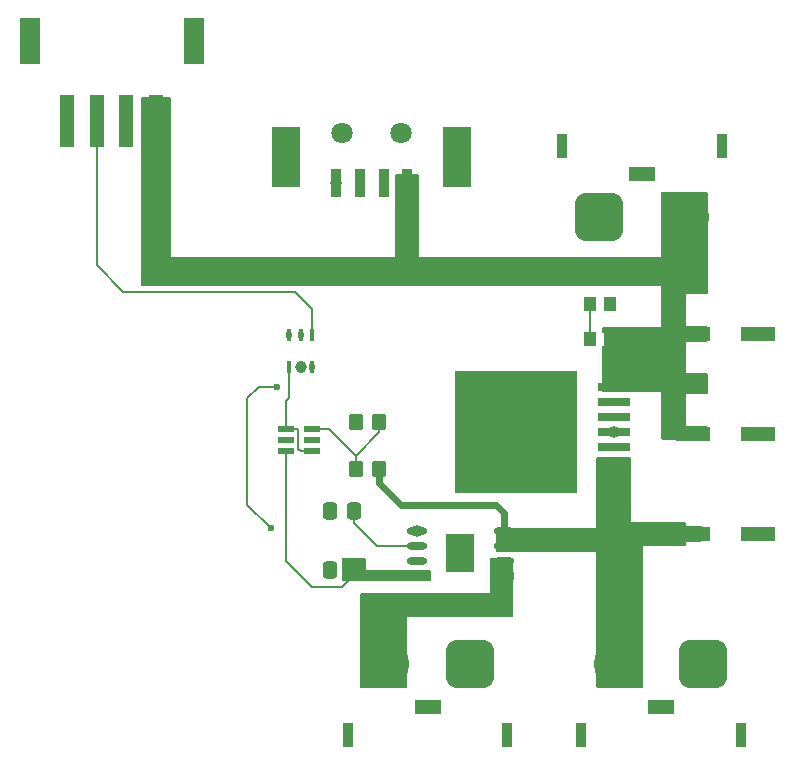
<source format=gbr>
%TF.GenerationSoftware,KiCad,Pcbnew,8.0.6*%
%TF.CreationDate,2025-03-28T18:59:19-04:00*%
%TF.ProjectId,Electrical schematic,456c6563-7472-4696-9361-6c2073636865,rev?*%
%TF.SameCoordinates,Original*%
%TF.FileFunction,Copper,L1,Top*%
%TF.FilePolarity,Positive*%
%FSLAX46Y46*%
G04 Gerber Fmt 4.6, Leading zero omitted, Abs format (unit mm)*
G04 Created by KiCad (PCBNEW 8.0.6) date 2025-03-28 18:59:19*
%MOMM*%
%LPD*%
G01*
G04 APERTURE LIST*
G04 Aperture macros list*
%AMRoundRect*
0 Rectangle with rounded corners*
0 $1 Rounding radius*
0 $2 $3 $4 $5 $6 $7 $8 $9 X,Y pos of 4 corners*
0 Add a 4 corners polygon primitive as box body*
4,1,4,$2,$3,$4,$5,$6,$7,$8,$9,$2,$3,0*
0 Add four circle primitives for the rounded corners*
1,1,$1+$1,$2,$3*
1,1,$1+$1,$4,$5*
1,1,$1+$1,$6,$7*
1,1,$1+$1,$8,$9*
0 Add four rect primitives between the rounded corners*
20,1,$1+$1,$2,$3,$4,$5,0*
20,1,$1+$1,$4,$5,$6,$7,0*
20,1,$1+$1,$6,$7,$8,$9,0*
20,1,$1+$1,$8,$9,$2,$3,0*%
G04 Aperture macros list end*
%TA.AperFunction,SMDPad,CuDef*%
%ADD10R,2.997200X1.219200*%
%TD*%
%TA.AperFunction,SMDPad,CuDef*%
%ADD11R,0.889000X2.489200*%
%TD*%
%TA.AperFunction,ComponentPad*%
%ADD12C,1.803400*%
%TD*%
%TA.AperFunction,SMDPad,CuDef*%
%ADD13R,2.489200X5.156200*%
%TD*%
%TA.AperFunction,SMDPad,CuDef*%
%ADD14RoundRect,0.250000X0.350000X0.450000X-0.350000X0.450000X-0.350000X-0.450000X0.350000X-0.450000X0*%
%TD*%
%TA.AperFunction,SMDPad,CuDef*%
%ADD15R,1.473200X0.558800*%
%TD*%
%TA.AperFunction,SMDPad,CuDef*%
%ADD16R,2.667000X0.787400*%
%TD*%
%TA.AperFunction,SMDPad,CuDef*%
%ADD17R,10.414000X10.414000*%
%TD*%
%TA.AperFunction,SMDPad,CuDef*%
%ADD18R,1.752600X0.660400*%
%TD*%
%TA.AperFunction,SMDPad,CuDef*%
%ADD19O,1.752600X0.660400*%
%TD*%
%TA.AperFunction,SMDPad,CuDef*%
%ADD20R,2.413000X3.302000*%
%TD*%
%TA.AperFunction,SMDPad,CuDef*%
%ADD21R,0.457200X1.003300*%
%TD*%
%TA.AperFunction,SMDPad,CuDef*%
%ADD22R,1.005599X1.199998*%
%TD*%
%TA.AperFunction,SMDPad,CuDef*%
%ADD23R,1.295400X4.495800*%
%TD*%
%TA.AperFunction,SMDPad,CuDef*%
%ADD24R,1.803400X3.911600*%
%TD*%
%TA.AperFunction,ComponentPad*%
%ADD25R,0.900000X2.000000*%
%TD*%
%TA.AperFunction,ComponentPad*%
%ADD26RoundRect,1.025000X1.025000X1.025000X-1.025000X1.025000X-1.025000X-1.025000X1.025000X-1.025000X0*%
%TD*%
%TA.AperFunction,ComponentPad*%
%ADD27C,4.100000*%
%TD*%
%TA.AperFunction,ComponentPad*%
%ADD28R,2.300000X1.300000*%
%TD*%
%TA.AperFunction,SMDPad,CuDef*%
%ADD29RoundRect,0.250000X0.337500X0.475000X-0.337500X0.475000X-0.337500X-0.475000X0.337500X-0.475000X0*%
%TD*%
%TA.AperFunction,ComponentPad*%
%ADD30RoundRect,1.025000X-1.025000X-1.025000X1.025000X-1.025000X1.025000X1.025000X-1.025000X1.025000X0*%
%TD*%
%TA.AperFunction,ViaPad*%
%ADD31C,1.000000*%
%TD*%
%TA.AperFunction,ViaPad*%
%ADD32C,0.800000*%
%TD*%
%TA.AperFunction,ViaPad*%
%ADD33C,0.600000*%
%TD*%
%TA.AperFunction,Conductor*%
%ADD34C,0.200000*%
%TD*%
%TA.AperFunction,Conductor*%
%ADD35C,0.600000*%
%TD*%
G04 APERTURE END LIST*
D10*
%TO.P,C1,1*%
%TO.N,/Buck Converter/Vout (5V 5A)*%
X150744100Y-88532400D03*
%TO.P,C1,2*%
%TO.N,GND*%
X156255900Y-88532400D03*
%TD*%
D11*
%TO.P,U5,1,1*%
%TO.N,/Buck Converter/Vout (5V 5A)*%
X126517399Y-75770101D03*
%TO.P,U5,2,2*%
%TO.N,unconnected-(U5-Pad2)*%
X124517400Y-75770101D03*
%TO.P,U5,3,3*%
%TO.N,unconnected-(U5-Pad3)*%
X122517399Y-75770101D03*
%TO.P,U5,4,4*%
%TO.N,GND*%
X120517401Y-75770101D03*
D12*
%TO.P,U5,5*%
%TO.N,N/C*%
X126017400Y-71570102D03*
%TO.P,U5,6*%
X121017400Y-71570102D03*
D13*
%TO.P,U5,7*%
X130767398Y-73576709D03*
%TO.P,U5,8*%
X116267402Y-73576709D03*
%TD*%
D14*
%TO.P,R3,1*%
%TO.N,/Buck Converter/Vin (12V)*%
X124147450Y-99950001D03*
%TO.P,R3,2*%
%TO.N,Net-(U3-IN+)*%
X122147450Y-99950001D03*
%TD*%
D15*
%TO.P,U3,1,OUT*%
%TO.N,Net-(U3-IN-)*%
X118500000Y-98500000D03*
%TO.P,U3,2,GND*%
%TO.N,GND*%
X118500000Y-97549999D03*
%TO.P,U3,3,IN+*%
%TO.N,Net-(U3-IN+)*%
X118500000Y-96599998D03*
%TO.P,U3,4,IN-*%
%TO.N,Net-(U3-IN-)*%
X116264800Y-96599998D03*
%TO.P,U3,5,\u002ASHDN*%
%TO.N,unconnected-(U3-\u002ASHDN-Pad5)*%
X116264800Y-97549999D03*
%TO.P,U3,6,VDD*%
%TO.N,/Buck Converter/Vout (5V 5A)*%
X116264800Y-98500000D03*
%TD*%
D16*
%TO.P,U1,1,VIN*%
%TO.N,/Buck Converter/Vin (12V)*%
X144000000Y-100620000D03*
%TO.P,U1,2,SYNC*%
X144000000Y-99350000D03*
%TO.P,U1,3,EN*%
%TO.N,unconnected-(U1-EN-Pad3)*%
X144000000Y-98080000D03*
%TO.P,U1,4,AGND*%
%TO.N,GND*%
X144000000Y-96810000D03*
%TO.P,U1,5,FB*%
%TO.N,Net-(U1-FB)*%
X144000000Y-95540000D03*
%TO.P,U1,6,SS/TRK*%
%TO.N,unconnected-(U1-SS{slash}TRK-Pad6)*%
X144000000Y-94270000D03*
%TO.P,U1,7,VOUT*%
%TO.N,/Buck Converter/Vout (5V 5A)*%
X144000000Y-93000000D03*
D17*
%TO.P,U1,8,8*%
%TO.N,unconnected-(U1-Pad8)*%
X135757700Y-96810000D03*
%TD*%
D14*
%TO.P,R4,1*%
%TO.N,Net-(U3-IN+)*%
X124147450Y-96000000D03*
%TO.P,R4,2*%
%TO.N,GND*%
X122147450Y-96000000D03*
%TD*%
D18*
%TO.P,U2,1,IP+*%
%TO.N,/Current Sensor/CURRENT IN*%
X134674999Y-109000000D03*
D19*
%TO.P,U2,2,IP+*%
X134674999Y-107730000D03*
%TO.P,U2,3,IP-*%
%TO.N,/Buck Converter/Vin (12V)*%
X134674999Y-106460000D03*
%TO.P,U2,4,IP-*%
X134674999Y-105190000D03*
%TO.P,U2,5,GND*%
%TO.N,GND*%
X127325001Y-105190000D03*
%TO.P,U2,6,FILTER*%
%TO.N,Net-(U2-FILTER)*%
X127325001Y-106460000D03*
%TO.P,U2,7,VIOUT*%
%TO.N,/Current Sensor/VOLTAGE OUT (of reading)*%
X127325001Y-107730000D03*
%TO.P,U2,8,VCC*%
%TO.N,/Buck Converter/Vout (5V 5A)*%
X127325001Y-109000000D03*
D20*
%TO.P,U2,9*%
%TO.N,N/C*%
X131000000Y-107095000D03*
%TD*%
D21*
%TO.P,U4,1,I1*%
%TO.N,Net-(U3-IN-)*%
X116549999Y-91352550D03*
%TO.P,U4,2,GND*%
%TO.N,GND*%
X117500000Y-91352550D03*
%TO.P,U4,3,I0*%
%TO.N,/Current Sensor/VOLTAGE OUT (of reading)*%
X118450001Y-91352550D03*
%TO.P,U4,4,Y*%
%TO.N,Net-(U4-Y)*%
X118450001Y-88647450D03*
%TO.P,U4,5,VCC*%
%TO.N,/Buck Converter/Vout (5V 5A)*%
X117500000Y-88647450D03*
%TO.P,U4,6,S*%
%TO.N,Net-(U4-S)*%
X116549999Y-88647450D03*
%TD*%
D22*
%TO.P,R2,1*%
%TO.N,/Buck Converter/Vout (5V 5A)*%
X143705598Y-89000000D03*
%TO.P,R2,2*%
%TO.N,Net-(U1-FB)*%
X142000000Y-89000000D03*
%TD*%
D23*
%TO.P,J1,1,1*%
%TO.N,/Buck Converter/Vout (5V 5A)*%
X105250000Y-70549501D03*
%TO.P,J1,2,2*%
%TO.N,Net-(U4-S)*%
X102750000Y-70549501D03*
%TO.P,J1,3,3*%
%TO.N,Net-(U4-Y)*%
X100250000Y-70549501D03*
%TO.P,J1,4,4*%
%TO.N,GND*%
X97750000Y-70549501D03*
D24*
%TO.P,J1,5*%
%TO.N,N/C*%
X94550001Y-63759501D03*
%TO.P,J1,6*%
X108449999Y-63759501D03*
%TD*%
D25*
%TO.P,J3,*%
%TO.N,*%
X154750000Y-122500000D03*
X141250000Y-122500000D03*
D26*
%TO.P,J3,1,+*%
%TO.N,GND*%
X151600000Y-116500000D03*
D27*
%TO.P,J3,2,-*%
%TO.N,/Buck Converter/Vin (12V)*%
X144400000Y-116500000D03*
D28*
%TO.P,J3,3*%
%TO.N,N/C*%
X148000000Y-120150000D03*
%TD*%
D25*
%TO.P,J2,*%
%TO.N,*%
X135000000Y-122500000D03*
X121500000Y-122500000D03*
D26*
%TO.P,J2,1,+*%
%TO.N,GND*%
X131850000Y-116500000D03*
D27*
%TO.P,J2,2,-*%
%TO.N,/Current Sensor/CURRENT IN*%
X124650000Y-116500000D03*
D28*
%TO.P,J2,3*%
%TO.N,N/C*%
X128250000Y-120150000D03*
%TD*%
D29*
%TO.P,C11,2*%
%TO.N,GND*%
X119962500Y-103500000D03*
%TO.P,C11,1*%
%TO.N,Net-(U2-FILTER)*%
X122037500Y-103500000D03*
%TD*%
D25*
%TO.P,J5,*%
%TO.N,*%
X139650000Y-72650000D03*
X153150000Y-72650000D03*
D30*
%TO.P,J5,1,+*%
%TO.N,GND*%
X142800000Y-78650000D03*
D27*
%TO.P,J5,2,-*%
%TO.N,/Buck Converter/Vout (5V 5A)*%
X150000000Y-78650000D03*
D28*
%TO.P,J5,3*%
%TO.N,N/C*%
X146400000Y-75000000D03*
%TD*%
D29*
%TO.P,C10,1*%
%TO.N,/Buck Converter/Vout (5V 5A)*%
X122037500Y-108500000D03*
%TO.P,C10,2*%
%TO.N,GND*%
X119962500Y-108500000D03*
%TD*%
D10*
%TO.P,C3,1*%
%TO.N,/Buck Converter/Vin (12V)*%
X150744100Y-105467600D03*
%TO.P,C3,2*%
%TO.N,GND*%
X156255900Y-105467600D03*
%TD*%
%TO.P,C2,1*%
%TO.N,/Buck Converter/Vout (5V 5A)*%
X150744100Y-97000000D03*
%TO.P,C2,2*%
%TO.N,GND*%
X156255900Y-97000000D03*
%TD*%
D22*
%TO.P,R1,1*%
%TO.N,Net-(U1-FB)*%
X142000000Y-86000000D03*
%TO.P,R1,2*%
%TO.N,GND*%
X143705598Y-86000000D03*
%TD*%
D31*
%TO.N,GND*%
X156255900Y-105467600D03*
X156255900Y-88532400D03*
X143705598Y-86000000D03*
D32*
%TO.N,/Buck Converter/Vout (5V 5A)*%
X120000000Y-83500000D03*
D33*
X117500000Y-88647450D03*
%TO.N,Net-(U4-S)*%
X116549999Y-88647450D03*
X102750000Y-70549501D03*
D31*
%TO.N,GND*%
X144000000Y-96810000D03*
X97750000Y-70549501D03*
X120517401Y-75770101D03*
X117500000Y-91352550D03*
D33*
X122147450Y-96000000D03*
X118500000Y-97549999D03*
D31*
X119962500Y-108500000D03*
X119962500Y-103500000D03*
D33*
%TO.N,/Current Sensor/VOLTAGE OUT (of reading)*%
X118450001Y-91352550D03*
X115500000Y-93000000D03*
X127325001Y-107730000D03*
X115000000Y-105000000D03*
D31*
%TO.N,GND*%
X127325001Y-105190000D03*
X156255900Y-97000000D03*
D33*
%TO.N,Net-(U1-FB)*%
X142000000Y-89000000D03*
X144000000Y-95540000D03*
D32*
%TO.N,unconnected-(U1-Pad8)*%
X137500000Y-92500000D03*
X140500000Y-92500000D03*
X139500000Y-92500000D03*
X135500000Y-92500000D03*
X133500000Y-93500000D03*
X136500000Y-92500000D03*
X132500000Y-92500000D03*
X139500000Y-93500000D03*
X139500000Y-94500000D03*
X138500000Y-93500000D03*
X136500000Y-95500000D03*
X135500000Y-94500000D03*
X135500000Y-95500000D03*
X139500000Y-96500000D03*
X134500000Y-97500000D03*
X134500000Y-94500000D03*
X136500000Y-98500000D03*
X139500000Y-98500000D03*
X133500000Y-98500000D03*
X133500000Y-95500000D03*
X135500000Y-97500000D03*
X138500000Y-98500000D03*
X139500000Y-100500000D03*
X137500000Y-97500000D03*
X133500000Y-94500000D03*
X140500000Y-97500000D03*
X139500000Y-97500000D03*
X134500000Y-92500000D03*
X138500000Y-95500000D03*
X133500000Y-97500000D03*
X138500000Y-97500000D03*
X140500000Y-95500000D03*
X138500000Y-94500000D03*
X136500000Y-94500000D03*
X137500000Y-96500000D03*
X135500000Y-98500000D03*
X136500000Y-97500000D03*
X137500000Y-99500000D03*
X133500000Y-96500000D03*
X140500000Y-98500000D03*
X139500000Y-99500000D03*
X137500000Y-93500000D03*
X136500000Y-93500000D03*
X138500000Y-96500000D03*
X137500000Y-98500000D03*
X138500000Y-99500000D03*
X137500000Y-95500000D03*
X139500000Y-95500000D03*
X137500000Y-94500000D03*
X135500000Y-93500000D03*
X134500000Y-96500000D03*
X140500000Y-100500000D03*
X136500000Y-96500000D03*
X140500000Y-96500000D03*
X140500000Y-99500000D03*
X138500000Y-101500000D03*
X135500000Y-100500000D03*
X136500000Y-100500000D03*
X137500000Y-100500000D03*
X138500000Y-100500000D03*
X131500000Y-99500000D03*
X140500000Y-94500000D03*
X131500000Y-97500000D03*
X131500000Y-101500000D03*
X131500000Y-100500000D03*
X136500000Y-101500000D03*
X134500000Y-101500000D03*
X133500000Y-100500000D03*
X132500000Y-94500000D03*
X132500000Y-99500000D03*
X132500000Y-100500000D03*
X136500000Y-99500000D03*
X131500000Y-94500000D03*
X135500000Y-101500000D03*
X132500000Y-101500000D03*
X132500000Y-97500000D03*
X131500000Y-92500000D03*
X134500000Y-93500000D03*
X135500000Y-96500000D03*
X131500000Y-95500000D03*
X133500000Y-101500000D03*
X133500000Y-99500000D03*
X132500000Y-93500000D03*
X132500000Y-95500000D03*
X140500000Y-101500000D03*
X140500000Y-93500000D03*
X134500000Y-95500000D03*
X134500000Y-98500000D03*
X131500000Y-96500000D03*
X133500000Y-92500000D03*
X134500000Y-99500000D03*
X137500000Y-101500000D03*
X131500000Y-98500000D03*
X131500000Y-93500000D03*
X134500000Y-100500000D03*
X132500000Y-96500000D03*
X135500000Y-99500000D03*
X138500000Y-92500000D03*
X132500000Y-98500000D03*
X139500000Y-101500000D03*
%TD*%
D34*
%TO.N,Net-(U4-Y)*%
X118450001Y-86450001D02*
X118450001Y-88647450D01*
X117000000Y-85000000D02*
X118450001Y-86450001D01*
X102500000Y-85000000D02*
X117000000Y-85000000D01*
X100250000Y-82750000D02*
X102500000Y-85000000D01*
X100250000Y-70549501D02*
X100250000Y-82750000D01*
%TO.N,Net-(U3-IN-)*%
X116549999Y-93979601D02*
X116549999Y-91352550D01*
%TO.N,/Current Sensor/VOLTAGE OUT (of reading)*%
X114000000Y-93000000D02*
X115500000Y-93000000D01*
X113000000Y-94000000D02*
X114000000Y-93000000D01*
X113000000Y-103000000D02*
X113000000Y-94000000D01*
X115000000Y-105000000D02*
X113000000Y-103000000D01*
X115500000Y-93000000D02*
X115599998Y-92900002D01*
%TO.N,Net-(U3-IN-)*%
X116549999Y-93979601D02*
X116264800Y-94264800D01*
X116264800Y-96599998D02*
X116264800Y-94264800D01*
%TO.N,/Buck Converter/Vout (5V 5A)*%
X118500000Y-110000000D02*
X116264800Y-107764800D01*
X116264800Y-107764800D02*
X116264800Y-98500000D01*
X121000000Y-110000000D02*
X118500000Y-110000000D01*
X122037500Y-108500000D02*
X122037500Y-108962500D01*
X122037500Y-108962500D02*
X121000000Y-110000000D01*
%TO.N,Net-(U3-IN-)*%
X117301400Y-96699998D02*
X117201400Y-96599998D01*
X117301400Y-98301400D02*
X117301400Y-96699998D01*
X117500000Y-98500000D02*
X117301400Y-98301400D01*
X117201400Y-96599998D02*
X116264800Y-96599998D01*
X118500000Y-98500000D02*
X117500000Y-98500000D01*
%TO.N,Net-(U3-IN+)*%
X119894898Y-96599998D02*
X122147450Y-98852550D01*
X118500000Y-96599998D02*
X119894898Y-96599998D01*
X124147450Y-96852550D02*
X124147450Y-96000000D01*
X122147450Y-98852550D02*
X124147450Y-96852550D01*
X122147450Y-99950001D02*
X122147450Y-98852550D01*
%TO.N,Net-(U2-FILTER)*%
X123960000Y-106460000D02*
X127325001Y-106460000D01*
X122037500Y-104537500D02*
X123960000Y-106460000D01*
X122037500Y-103500000D02*
X122037500Y-104537500D01*
D35*
%TO.N,/Buck Converter/Vin (12V)*%
X134000000Y-103000000D02*
X134674999Y-103674999D01*
X134674999Y-103674999D02*
X134674999Y-105190000D01*
X126000000Y-103000000D02*
X134000000Y-103000000D01*
X124147450Y-101147450D02*
X126000000Y-103000000D01*
X124147450Y-99950001D02*
X124147450Y-101147450D01*
D34*
%TO.N,Net-(U1-FB)*%
X142000000Y-89000000D02*
X142000000Y-86000000D01*
%TD*%
%TA.AperFunction,Conductor*%
%TO.N,/Buck Converter/Vin (12V)*%
G36*
X145443039Y-99019685D02*
G01*
X145488794Y-99072489D01*
X145500000Y-99124000D01*
X145500000Y-104500000D01*
X150023200Y-104500000D01*
X150090239Y-104519685D01*
X150135994Y-104572489D01*
X150147200Y-104624000D01*
X150147200Y-104807200D01*
X151376000Y-104807200D01*
X151443039Y-104826885D01*
X151488794Y-104879689D01*
X151500000Y-104931200D01*
X151500000Y-106004000D01*
X151480315Y-106071039D01*
X151427511Y-106116794D01*
X151376000Y-106128000D01*
X150147200Y-106128000D01*
X150147200Y-106376000D01*
X150127515Y-106443039D01*
X150074711Y-106488794D01*
X150023200Y-106500000D01*
X146500000Y-106500000D01*
X146500000Y-105500000D01*
X143000000Y-105500000D01*
X143000000Y-105000000D01*
X142500000Y-105000000D01*
X142500000Y-99124000D01*
X142519685Y-99056961D01*
X142572489Y-99011206D01*
X142624000Y-99000000D01*
X145376000Y-99000000D01*
X145443039Y-99019685D01*
G37*
%TD.AperFunction*%
%TD*%
%TA.AperFunction,Conductor*%
%TO.N,/Buck Converter/Vout (5V 5A)*%
G36*
X151943039Y-76519685D02*
G01*
X151988794Y-76572489D01*
X152000000Y-76624000D01*
X152000000Y-85055600D01*
X151980315Y-85122639D01*
X151927511Y-85168394D01*
X151876000Y-85179600D01*
X150147200Y-85179600D01*
X150147200Y-87872000D01*
X151876000Y-87872000D01*
X151943039Y-87891685D01*
X151988794Y-87944489D01*
X152000000Y-87996000D01*
X152000000Y-89068800D01*
X151980315Y-89135839D01*
X151927511Y-89181594D01*
X151876000Y-89192800D01*
X150147200Y-89192800D01*
X150147200Y-91885200D01*
X151876000Y-91885200D01*
X151943039Y-91904885D01*
X151988794Y-91957689D01*
X152000000Y-92009200D01*
X152000000Y-93523200D01*
X151980315Y-93590239D01*
X151927511Y-93635994D01*
X151876000Y-93647200D01*
X150147200Y-93647200D01*
X150147200Y-96339600D01*
X151876000Y-96339600D01*
X151943039Y-96359285D01*
X151988794Y-96412089D01*
X152000000Y-96463600D01*
X152000000Y-97376000D01*
X151980315Y-97443039D01*
X151927511Y-97488794D01*
X151876000Y-97500000D01*
X148124000Y-97500000D01*
X148056961Y-97480315D01*
X148011206Y-97427511D01*
X148000000Y-97376000D01*
X148000000Y-93500000D01*
X148500000Y-93500000D01*
X148500000Y-88000000D01*
X148000000Y-88000000D01*
X148000000Y-84500000D01*
X148500000Y-84500000D01*
X148500000Y-82000000D01*
X148000000Y-82000000D01*
X148000000Y-76624000D01*
X148019685Y-76556961D01*
X148072489Y-76511206D01*
X148124000Y-76500000D01*
X151876000Y-76500000D01*
X151943039Y-76519685D01*
G37*
%TD.AperFunction*%
%TD*%
%TA.AperFunction,Conductor*%
%TO.N,/Buck Converter/Vout (5V 5A)*%
G36*
X148500000Y-93500000D02*
G01*
X143124000Y-93500000D01*
X143056961Y-93480315D01*
X143011206Y-93427511D01*
X143000000Y-93376000D01*
X143000000Y-89673199D01*
X143019685Y-89606160D01*
X143072489Y-89560405D01*
X143124000Y-89549199D01*
X143151998Y-89549199D01*
X143151998Y-88450801D01*
X143124000Y-88450801D01*
X143056961Y-88431116D01*
X143011206Y-88378312D01*
X143000000Y-88326801D01*
X143000000Y-88124000D01*
X143019685Y-88056961D01*
X143072489Y-88011206D01*
X143124000Y-88000000D01*
X148000000Y-88000000D01*
X148500000Y-88000000D01*
X148500000Y-93500000D01*
G37*
%TD.AperFunction*%
%TD*%
%TA.AperFunction,Conductor*%
%TO.N,/Buck Converter/Vout (5V 5A)*%
G36*
X127443039Y-75019685D02*
G01*
X127488794Y-75072489D01*
X127500000Y-75124000D01*
X127500000Y-82000000D01*
X148500000Y-82000000D01*
X148500000Y-84500000D01*
X126000000Y-84500000D01*
X126000000Y-82000000D01*
X125500000Y-82000000D01*
X125500000Y-75124000D01*
X125519685Y-75056961D01*
X125572489Y-75011206D01*
X125624000Y-75000000D01*
X127376000Y-75000000D01*
X127443039Y-75019685D01*
G37*
%TD.AperFunction*%
%TD*%
%TA.AperFunction,Conductor*%
%TO.N,/Buck Converter/Vout (5V 5A)*%
G36*
X106443039Y-68519685D02*
G01*
X106488794Y-68572489D01*
X106500000Y-68624000D01*
X106500000Y-82000000D01*
X126000000Y-82000000D01*
X126000000Y-84500000D01*
X125500000Y-84500000D01*
X104124000Y-84500000D01*
X104056961Y-84480315D01*
X104011206Y-84427511D01*
X104000000Y-84376000D01*
X104000000Y-68624000D01*
X104019685Y-68556961D01*
X104072489Y-68511206D01*
X104124000Y-68500000D01*
X106376000Y-68500000D01*
X106443039Y-68519685D01*
G37*
%TD.AperFunction*%
%TD*%
%TA.AperFunction,Conductor*%
%TO.N,/Buck Converter/Vin (12V)*%
G36*
X146500000Y-106500000D02*
G01*
X146500000Y-118376000D01*
X146480315Y-118443039D01*
X146427511Y-118488794D01*
X146376000Y-118500000D01*
X142624000Y-118500000D01*
X142556961Y-118480315D01*
X142511206Y-118427511D01*
X142500000Y-118376000D01*
X142500000Y-107000000D01*
X143000000Y-107000000D01*
X143000000Y-105500000D01*
X146500000Y-105500000D01*
X146500000Y-106500000D01*
G37*
%TD.AperFunction*%
%TD*%
%TA.AperFunction,Conductor*%
%TO.N,/Current Sensor/CURRENT IN*%
G36*
X135443039Y-107519685D02*
G01*
X135488794Y-107572489D01*
X135500000Y-107624000D01*
X135500000Y-112376000D01*
X135480315Y-112443039D01*
X135427511Y-112488794D01*
X135376000Y-112500000D01*
X126500000Y-112500000D01*
X126500000Y-118376000D01*
X126480315Y-118443039D01*
X126427511Y-118488794D01*
X126376000Y-118500000D01*
X122624000Y-118500000D01*
X122556961Y-118480315D01*
X122511206Y-118427511D01*
X122500000Y-118376000D01*
X122500000Y-110624000D01*
X122519685Y-110556961D01*
X122572489Y-110511206D01*
X122624000Y-110500000D01*
X133500000Y-110500000D01*
X133500000Y-107624000D01*
X133519685Y-107556961D01*
X133572489Y-107511206D01*
X133624000Y-107500000D01*
X135376000Y-107500000D01*
X135443039Y-107519685D01*
G37*
%TD.AperFunction*%
%TD*%
%TA.AperFunction,Conductor*%
%TO.N,/Buck Converter/Vin (12V)*%
G36*
X143000000Y-107000000D02*
G01*
X134124000Y-107000000D01*
X134056961Y-106980315D01*
X134011206Y-106927511D01*
X134000000Y-106876000D01*
X134000000Y-105124000D01*
X134019685Y-105056961D01*
X134072489Y-105011206D01*
X134124000Y-105000000D01*
X142500000Y-105000000D01*
X143000000Y-105000000D01*
X143000000Y-107000000D01*
G37*
%TD.AperFunction*%
%TD*%
%TA.AperFunction,Conductor*%
%TO.N,/Buck Converter/Vout (5V 5A)*%
G36*
X122943039Y-107519685D02*
G01*
X122988794Y-107572489D01*
X123000000Y-107624000D01*
X123000000Y-108500000D01*
X128376000Y-108500000D01*
X128443039Y-108519685D01*
X128488794Y-108572489D01*
X128500000Y-108624000D01*
X128500000Y-109376000D01*
X128480315Y-109443039D01*
X128427511Y-109488794D01*
X128376000Y-109500000D01*
X121124000Y-109500000D01*
X121056961Y-109480315D01*
X121011206Y-109427511D01*
X121000000Y-109376000D01*
X121000000Y-107624000D01*
X121019685Y-107556961D01*
X121072489Y-107511206D01*
X121124000Y-107500000D01*
X122876000Y-107500000D01*
X122943039Y-107519685D01*
G37*
%TD.AperFunction*%
%TD*%
M02*

</source>
